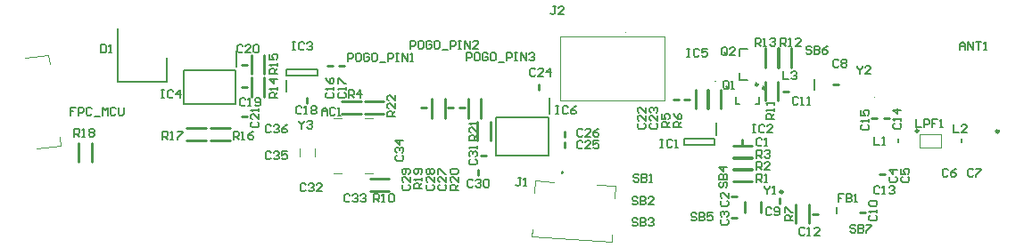
<source format=gto>
G04*
G04 #@! TF.GenerationSoftware,Altium Limited,Altium Designer,19.1.5 (86)*
G04*
G04 Layer_Color=65535*
%FSAX24Y24*%
%MOIN*%
G70*
G01*
G75*
%ADD10C,0.0039*%
%ADD11C,0.0098*%
%ADD12C,0.0079*%
%ADD13C,0.0118*%
%ADD14C,0.0100*%
%ADD15C,0.0060*%
D10*
X029803Y008594D02*
G03*
X029803Y008634I000000J000020D01*
G01*
D02*
G03*
X029803Y008594I000000J-000020D01*
G01*
X050133Y011324D02*
G03*
X050172Y011324I000020J000000D01*
G01*
D02*
G03*
X050133Y011324I-000020J000000D01*
G01*
X040862Y013739D02*
G03*
X040822Y013739I-000020J000000D01*
G01*
D02*
G03*
X040862Y013739I000020J000000D01*
G01*
X029921Y008476D02*
X030236D01*
X029921Y010524D02*
X030236D01*
X031102D02*
X031417D01*
X031102Y008476D02*
X031417D01*
X028655Y009093D02*
Y009407D01*
X029245Y009093D02*
Y009407D01*
X042300Y011200D02*
Y013600D01*
X038400D02*
X042300D01*
X038400Y011200D02*
Y013600D01*
Y011200D02*
X042300D01*
X040325Y005911D02*
X040341Y006166D01*
X037339Y006107D02*
X040325Y005911D01*
X037339Y006107D02*
X037356Y006362D01*
X039754Y008040D02*
X040461Y007993D01*
X040431Y007541D02*
X040461Y007993D01*
X037475Y008189D02*
X038183Y008143D01*
X037446Y007737D02*
X037475Y008189D01*
X018400Y012790D02*
X019284Y012907D01*
X019328Y012575D01*
X018850Y009394D02*
X019734Y009511D01*
X019690Y009843D02*
X019734Y009511D01*
X052650Y009458D02*
Y009950D01*
X051850D02*
X052637D01*
X051850Y009450D02*
X052637D01*
X051850D02*
Y009942D01*
D11*
X046721Y007774D02*
G03*
X046721Y007774I-000049J000000D01*
G01*
X051787Y010064D02*
G03*
X051787Y010064I-000049J000000D01*
G01*
X046059Y011674D02*
G03*
X046059Y011674I-000049J000000D01*
G01*
X045793Y011802D02*
G03*
X045793Y011802I-000049J000000D01*
G01*
D12*
X044211Y011914D02*
G03*
X044211Y011914I-000011J000000D01*
G01*
X038485Y008537D02*
G03*
X038479Y008458I-000003J-000039D01*
G01*
D02*
G03*
X038485Y008537I000003J000039D01*
G01*
X023703Y011907D02*
Y012813D01*
X021852Y011907D02*
X023703D01*
X021852D02*
Y013915D01*
X026316Y012468D02*
Y013068D01*
X024335Y012330D02*
X026265D01*
X024335Y011070D02*
Y012330D01*
Y011070D02*
X026265D01*
Y012330D01*
X037984Y009122D02*
Y010578D01*
X036016Y009122D02*
X037984D01*
X036016D02*
Y010578D01*
X037984D01*
X037994Y010716D02*
Y011297D01*
X044230Y009906D02*
Y010378D01*
X043024Y009768D02*
X044176D01*
X043024Y009532D02*
Y009768D01*
Y009532D02*
X044176D01*
Y009768D01*
X028169Y012122D02*
Y012378D01*
X029331D01*
Y012122D02*
Y012378D01*
X028169Y012122D02*
X029331D01*
X028159Y011531D02*
Y011984D01*
X047900Y011593D02*
Y012007D01*
X048750Y006982D02*
Y007218D01*
X051050Y009641D02*
Y009759D01*
X053400Y009641D02*
Y009759D01*
X044967Y011054D02*
X045105D01*
X044967D02*
Y011344D01*
X045695Y011054D02*
X045833D01*
Y011344D01*
X045094Y012865D02*
Y013125D01*
X045415D01*
X045094Y011975D02*
Y012235D01*
Y011975D02*
X045415D01*
D13*
X054787Y010045D02*
G03*
X054787Y010045I-000039J000000D01*
G01*
D14*
X031296Y008286D02*
X032004D01*
X031296Y007814D02*
X032004D01*
X030246Y011186D02*
X030954D01*
X030246Y010714D02*
X030954D01*
X031096Y011186D02*
X031804D01*
X031096Y010714D02*
X031804D01*
X045895Y007003D02*
Y007397D01*
X045305Y007003D02*
Y007397D01*
X046064Y011196D02*
Y011904D01*
X046536Y011196D02*
Y011904D01*
X028950Y011100D02*
Y011300D01*
X050050Y010550D02*
X050250D01*
X050500D02*
X050700D01*
X050350Y008450D02*
X050550D01*
X049600Y007000D02*
X049800D01*
X047850Y006950D02*
X048050D01*
X047686Y006596D02*
Y007304D01*
X047214Y006596D02*
Y007304D01*
X046600Y007350D02*
Y007550D01*
X044800Y006800D02*
X045000D01*
X044800Y007600D02*
X045000D01*
X044876Y008636D02*
X045584D01*
X044876Y008164D02*
X045584D01*
X044876Y009065D02*
X045584D01*
X044876Y008593D02*
X045584D01*
X044876Y009494D02*
X045584D01*
X044876Y009021D02*
X045584D01*
X045200Y009550D02*
Y009750D01*
X046750Y011550D02*
X046950D01*
X047036Y012446D02*
Y013154D01*
X046564Y012446D02*
Y013154D01*
X046536Y012446D02*
Y013154D01*
X046064Y012446D02*
Y013154D01*
X043914Y010896D02*
Y011604D01*
X044386Y010896D02*
Y011604D01*
X043464Y010896D02*
Y011604D01*
X043936Y010896D02*
Y011604D01*
X043050Y011250D02*
X043250D01*
X042650D02*
X042850D01*
X038570Y009850D02*
Y010050D01*
X038570Y009450D02*
Y009650D01*
X035350Y008400D02*
Y008600D01*
X035450Y009150D02*
X035650D01*
X035314Y009696D02*
Y010404D01*
X035786Y009696D02*
Y010404D01*
X035436Y010546D02*
Y011254D01*
X034964Y010546D02*
Y011254D01*
X034650Y010926D02*
X034850D01*
X034200D02*
X034400D01*
X033614Y010546D02*
Y011254D01*
X034086Y010546D02*
Y011254D01*
X033200Y010950D02*
X033400D01*
X030150Y012500D02*
X030350D01*
X029700D02*
X029900D01*
X026864Y012196D02*
Y012904D01*
X027336Y012196D02*
Y012904D01*
X026500Y012550D02*
X026700D01*
X026500Y011700D02*
X026700D01*
X026500Y010600D02*
X026700D01*
X026864Y011346D02*
Y012054D01*
X027336Y011346D02*
Y012054D01*
X025346Y009714D02*
X026054D01*
X025346Y010186D02*
X026054D01*
X024446Y009714D02*
X025154D01*
X024446Y010186D02*
X025154D01*
X020414Y008896D02*
Y009604D01*
X020886Y008896D02*
Y009604D01*
X037600Y011600D02*
Y011800D01*
X048600Y011800D02*
X048800D01*
D15*
X028650Y010450D02*
Y010400D01*
X028750Y010300D01*
X028850Y010400D01*
Y010450D01*
X028750Y010300D02*
Y010150D01*
X028950Y010400D02*
X029000Y010450D01*
X029100D01*
X029150Y010400D01*
Y010350D01*
X029100Y010300D01*
X029050D01*
X029100D01*
X029150Y010250D01*
Y010200D01*
X029100Y010150D01*
X029000D01*
X028950Y010200D01*
X032250Y010600D02*
X031950D01*
Y010750D01*
X032000Y010800D01*
X032100D01*
X032150Y010750D01*
Y010600D01*
Y010700D02*
X032250Y010800D01*
Y011100D02*
Y010900D01*
X032050Y011100D01*
X032000D01*
X031950Y011050D01*
Y010950D01*
X032000Y010900D01*
X032250Y011400D02*
Y011200D01*
X032050Y011400D01*
X032000D01*
X031950Y011350D01*
Y011250D01*
X032000Y011200D01*
X031450Y007400D02*
Y007700D01*
X031600D01*
X031650Y007650D01*
Y007550D01*
X031600Y007500D01*
X031450D01*
X031550D02*
X031650Y007400D01*
X031750D02*
X031850D01*
X031800D01*
Y007700D01*
X031750Y007650D01*
X032000D02*
X032050Y007700D01*
X032150D01*
X032200Y007650D01*
Y007450D01*
X032150Y007400D01*
X032050D01*
X032000Y007450D01*
Y007650D01*
X030500Y011300D02*
Y011600D01*
X030650D01*
X030700Y011550D01*
Y011450D01*
X030650Y011400D01*
X030500D01*
X030600D02*
X030700Y011300D01*
X030950D02*
Y011600D01*
X030800Y011450D01*
X031000D01*
X027600Y010250D02*
X027550Y010300D01*
X027450D01*
X027400Y010250D01*
Y010050D01*
X027450Y010000D01*
X027550D01*
X027600Y010050D01*
X027700Y010250D02*
X027750Y010300D01*
X027850D01*
X027900Y010250D01*
Y010200D01*
X027850Y010150D01*
X027800D01*
X027850D01*
X027900Y010100D01*
Y010050D01*
X027850Y010000D01*
X027750D01*
X027700Y010050D01*
X028200Y010300D02*
X028100Y010250D01*
X028000Y010150D01*
Y010050D01*
X028050Y010000D01*
X028150D01*
X028200Y010050D01*
Y010100D01*
X028150Y010150D01*
X028000D01*
X027600Y009250D02*
X027550Y009300D01*
X027450D01*
X027400Y009250D01*
Y009050D01*
X027450Y009000D01*
X027550D01*
X027600Y009050D01*
X027700Y009250D02*
X027750Y009300D01*
X027850D01*
X027900Y009250D01*
Y009200D01*
X027850Y009150D01*
X027800D01*
X027850D01*
X027900Y009100D01*
Y009050D01*
X027850Y009000D01*
X027750D01*
X027700Y009050D01*
X028200Y009300D02*
X028000D01*
Y009150D01*
X028100Y009200D01*
X028150D01*
X028200Y009150D01*
Y009050D01*
X028150Y009000D01*
X028050D01*
X028000Y009050D01*
X032300Y009150D02*
X032250Y009100D01*
Y009000D01*
X032300Y008950D01*
X032500D01*
X032550Y009000D01*
Y009100D01*
X032500Y009150D01*
X032300Y009250D02*
X032250Y009300D01*
Y009400D01*
X032300Y009450D01*
X032350D01*
X032400Y009400D01*
Y009350D01*
Y009400D01*
X032450Y009450D01*
X032500D01*
X032550Y009400D01*
Y009300D01*
X032500Y009250D01*
X032550Y009700D02*
X032250D01*
X032400Y009550D01*
Y009750D01*
X030550Y007650D02*
X030500Y007700D01*
X030400D01*
X030350Y007650D01*
Y007450D01*
X030400Y007400D01*
X030500D01*
X030550Y007450D01*
X030650Y007650D02*
X030700Y007700D01*
X030800D01*
X030850Y007650D01*
Y007600D01*
X030800Y007550D01*
X030750D01*
X030800D01*
X030850Y007500D01*
Y007450D01*
X030800Y007400D01*
X030700D01*
X030650Y007450D01*
X030950Y007650D02*
X031000Y007700D01*
X031100D01*
X031150Y007650D01*
Y007600D01*
X031100Y007550D01*
X031050D01*
X031100D01*
X031150Y007500D01*
Y007450D01*
X031100Y007400D01*
X031000D01*
X030950Y007450D01*
X028900Y008050D02*
X028850Y008100D01*
X028750D01*
X028700Y008050D01*
Y007850D01*
X028750Y007800D01*
X028850D01*
X028900Y007850D01*
X029000Y008050D02*
X029050Y008100D01*
X029150D01*
X029200Y008050D01*
Y008000D01*
X029150Y007950D01*
X029100D01*
X029150D01*
X029200Y007900D01*
Y007850D01*
X029150Y007800D01*
X029050D01*
X029000Y007850D01*
X029500Y007800D02*
X029300D01*
X029500Y008000D01*
Y008050D01*
X029450Y008100D01*
X029350D01*
X029300Y008050D01*
X029500Y010650D02*
Y010850D01*
X029600Y010950D01*
X029700Y010850D01*
Y010650D01*
Y010800D01*
X029500D01*
X030000Y010900D02*
X029950Y010950D01*
X029850D01*
X029800Y010900D01*
Y010700D01*
X029850Y010650D01*
X029950D01*
X030000Y010700D01*
X030100Y010650D02*
X030200D01*
X030150D01*
Y010950D01*
X030100Y010900D01*
X044400Y008150D02*
X044350Y008100D01*
Y008000D01*
X044400Y007950D01*
X044450D01*
X044500Y008000D01*
Y008100D01*
X044550Y008150D01*
X044600D01*
X044650Y008100D01*
Y008000D01*
X044600Y007950D01*
X044350Y008250D02*
X044650D01*
Y008400D01*
X044600Y008450D01*
X044550D01*
X044500Y008400D01*
Y008250D01*
Y008400D01*
X044450Y008450D01*
X044400D01*
X044350Y008400D01*
Y008250D01*
X044650Y008700D02*
X044350D01*
X044500Y008550D01*
Y008750D01*
X044700Y011700D02*
Y011900D01*
X044650Y011950D01*
X044550D01*
X044500Y011900D01*
Y011700D01*
X044550Y011650D01*
X044650D01*
X044600Y011750D02*
X044700Y011650D01*
X044650D02*
X044700Y011700D01*
X044800Y011650D02*
X044900D01*
X044850D01*
Y011950D01*
X044800Y011900D01*
X036950Y008300D02*
X036850D01*
X036900D01*
Y008050D01*
X036850Y008000D01*
X036800D01*
X036750Y008050D01*
X037050Y008000D02*
X037150D01*
X037100D01*
Y008300D01*
X037050Y008250D01*
X020250Y009850D02*
Y010150D01*
X020400D01*
X020450Y010100D01*
Y010000D01*
X020400Y009950D01*
X020250D01*
X020350D02*
X020450Y009850D01*
X020550D02*
X020650D01*
X020600D01*
Y010150D01*
X020550Y010100D01*
X020800D02*
X020850Y010150D01*
X020950D01*
X021000Y010100D01*
Y010050D01*
X020950Y010000D01*
X021000Y009950D01*
Y009900D01*
X020950Y009850D01*
X020850D01*
X020800Y009900D01*
Y009950D01*
X020850Y010000D01*
X020800Y010050D01*
Y010100D01*
X020850Y010000D02*
X020950D01*
X034900Y012700D02*
Y013000D01*
X035050D01*
X035100Y012950D01*
Y012850D01*
X035050Y012800D01*
X034900D01*
X035350Y013000D02*
X035250D01*
X035200Y012950D01*
Y012750D01*
X035250Y012700D01*
X035350D01*
X035400Y012750D01*
Y012950D01*
X035350Y013000D01*
X035700Y012950D02*
X035650Y013000D01*
X035550D01*
X035500Y012950D01*
Y012750D01*
X035550Y012700D01*
X035650D01*
X035700Y012750D01*
Y012850D01*
X035600D01*
X035950Y013000D02*
X035850D01*
X035800Y012950D01*
Y012750D01*
X035850Y012700D01*
X035950D01*
X036000Y012750D01*
Y012950D01*
X035950Y013000D01*
X036100Y012650D02*
X036300D01*
X036400Y012700D02*
Y013000D01*
X036549D01*
X036599Y012950D01*
Y012850D01*
X036549Y012800D01*
X036400D01*
X036699Y013000D02*
X036799D01*
X036749D01*
Y012700D01*
X036699D01*
X036799D01*
X036949D02*
Y013000D01*
X037149Y012700D01*
Y013000D01*
X037249Y012950D02*
X037299Y013000D01*
X037399D01*
X037449Y012950D01*
Y012900D01*
X037399Y012850D01*
X037349D01*
X037399D01*
X037449Y012800D01*
Y012750D01*
X037399Y012700D01*
X037299D01*
X037249Y012750D01*
X032800Y013150D02*
Y013450D01*
X032950D01*
X033000Y013400D01*
Y013300D01*
X032950Y013250D01*
X032800D01*
X033250Y013450D02*
X033150D01*
X033100Y013400D01*
Y013200D01*
X033150Y013150D01*
X033250D01*
X033300Y013200D01*
Y013400D01*
X033250Y013450D01*
X033600Y013400D02*
X033550Y013450D01*
X033450D01*
X033400Y013400D01*
Y013200D01*
X033450Y013150D01*
X033550D01*
X033600Y013200D01*
Y013300D01*
X033500D01*
X033850Y013450D02*
X033750D01*
X033700Y013400D01*
Y013200D01*
X033750Y013150D01*
X033850D01*
X033900Y013200D01*
Y013400D01*
X033850Y013450D01*
X034000Y013100D02*
X034200D01*
X034300Y013150D02*
Y013450D01*
X034449D01*
X034499Y013400D01*
Y013300D01*
X034449Y013250D01*
X034300D01*
X034599Y013450D02*
X034699D01*
X034649D01*
Y013150D01*
X034599D01*
X034699D01*
X034849D02*
Y013450D01*
X035049Y013150D01*
Y013450D01*
X035349Y013150D02*
X035149D01*
X035349Y013350D01*
Y013400D01*
X035299Y013450D01*
X035199D01*
X035149Y013400D01*
X030458Y012680D02*
Y012980D01*
X030608D01*
X030658Y012930D01*
Y012830D01*
X030608Y012780D01*
X030458D01*
X030908Y012980D02*
X030808D01*
X030758Y012930D01*
Y012730D01*
X030808Y012680D01*
X030908D01*
X030958Y012730D01*
Y012930D01*
X030908Y012980D01*
X031258Y012930D02*
X031208Y012980D01*
X031108D01*
X031058Y012930D01*
Y012730D01*
X031108Y012680D01*
X031208D01*
X031258Y012730D01*
Y012830D01*
X031158D01*
X031508Y012980D02*
X031408D01*
X031358Y012930D01*
Y012730D01*
X031408Y012680D01*
X031508D01*
X031558Y012730D01*
Y012930D01*
X031508Y012980D01*
X031658Y012630D02*
X031858D01*
X031958Y012680D02*
Y012980D01*
X032108D01*
X032158Y012930D01*
Y012830D01*
X032108Y012780D01*
X031958D01*
X032258Y012980D02*
X032358D01*
X032308D01*
Y012680D01*
X032258D01*
X032358D01*
X032508D02*
Y012980D01*
X032708Y012680D01*
Y012980D01*
X032808Y012680D02*
X032907D01*
X032857D01*
Y012980D01*
X032808Y012930D01*
X020300Y010950D02*
X020100D01*
Y010800D01*
X020200D01*
X020100D01*
Y010650D01*
X020400D02*
Y010950D01*
X020550D01*
X020600Y010900D01*
Y010800D01*
X020550Y010750D01*
X020400D01*
X020900Y010900D02*
X020850Y010950D01*
X020750D01*
X020700Y010900D01*
Y010700D01*
X020750Y010650D01*
X020850D01*
X020900Y010700D01*
X021000Y010600D02*
X021200D01*
X021300Y010650D02*
Y010950D01*
X021400Y010850D01*
X021500Y010950D01*
Y010650D01*
X021799Y010900D02*
X021749Y010950D01*
X021649D01*
X021600Y010900D01*
Y010700D01*
X021649Y010650D01*
X021749D01*
X021799Y010700D01*
X021899Y010950D02*
Y010700D01*
X021949Y010650D01*
X022049D01*
X022099Y010700D01*
Y010950D01*
X049500Y012500D02*
Y012450D01*
X049600Y012350D01*
X049700Y012450D01*
Y012500D01*
X049600Y012350D02*
Y012200D01*
X050000D02*
X049800D01*
X050000Y012400D01*
Y012450D01*
X049950Y012500D01*
X049850D01*
X049800Y012450D01*
X046050Y008000D02*
Y007950D01*
X046150Y007850D01*
X046250Y007950D01*
Y008000D01*
X046150Y007850D02*
Y007700D01*
X046350D02*
X046450D01*
X046400D01*
Y008000D01*
X046350Y007950D01*
X043500Y006950D02*
X043450Y007000D01*
X043350D01*
X043300Y006950D01*
Y006900D01*
X043350Y006850D01*
X043450D01*
X043500Y006800D01*
Y006750D01*
X043450Y006700D01*
X043350D01*
X043300Y006750D01*
X043600Y007000D02*
Y006700D01*
X043750D01*
X043800Y006750D01*
Y006800D01*
X043750Y006850D01*
X043600D01*
X043750D01*
X043800Y006900D01*
Y006950D01*
X043750Y007000D01*
X043600D01*
X044100D02*
X043900D01*
Y006850D01*
X044000Y006900D01*
X044050D01*
X044100Y006850D01*
Y006750D01*
X044050Y006700D01*
X043950D01*
X043900Y006750D01*
X041300Y006750D02*
X041250Y006800D01*
X041150D01*
X041100Y006750D01*
Y006700D01*
X041150Y006650D01*
X041250D01*
X041300Y006600D01*
Y006550D01*
X041250Y006500D01*
X041150D01*
X041100Y006550D01*
X041400Y006800D02*
Y006500D01*
X041550D01*
X041600Y006550D01*
Y006600D01*
X041550Y006650D01*
X041400D01*
X041550D01*
X041600Y006700D01*
Y006750D01*
X041550Y006800D01*
X041400D01*
X041700Y006750D02*
X041750Y006800D01*
X041850D01*
X041900Y006750D01*
Y006700D01*
X041850Y006650D01*
X041800D01*
X041850D01*
X041900Y006600D01*
Y006550D01*
X041850Y006500D01*
X041750D01*
X041700Y006550D01*
X041300Y007550D02*
X041250Y007600D01*
X041150D01*
X041100Y007550D01*
Y007500D01*
X041150Y007450D01*
X041250D01*
X041300Y007400D01*
Y007350D01*
X041250Y007300D01*
X041150D01*
X041100Y007350D01*
X041400Y007600D02*
Y007300D01*
X041550D01*
X041600Y007350D01*
Y007400D01*
X041550Y007450D01*
X041400D01*
X041550D01*
X041600Y007500D01*
Y007550D01*
X041550Y007600D01*
X041400D01*
X041900Y007300D02*
X041700D01*
X041900Y007500D01*
Y007550D01*
X041850Y007600D01*
X041750D01*
X041700Y007550D01*
X041350Y008400D02*
X041300Y008450D01*
X041200D01*
X041150Y008400D01*
Y008350D01*
X041200Y008300D01*
X041300D01*
X041350Y008250D01*
Y008200D01*
X041300Y008150D01*
X041200D01*
X041150Y008200D01*
X041450Y008450D02*
Y008150D01*
X041600D01*
X041650Y008200D01*
Y008250D01*
X041600Y008300D01*
X041450D01*
X041600D01*
X041650Y008350D01*
Y008400D01*
X041600Y008450D01*
X041450D01*
X041750Y008150D02*
X041850D01*
X041800D01*
Y008450D01*
X041750Y008400D01*
X049450Y006500D02*
X049400Y006550D01*
X049300D01*
X049250Y006500D01*
Y006450D01*
X049300Y006400D01*
X049400D01*
X049450Y006350D01*
Y006300D01*
X049400Y006250D01*
X049300D01*
X049250Y006300D01*
X049550Y006550D02*
Y006250D01*
X049700D01*
X049750Y006300D01*
Y006350D01*
X049700Y006400D01*
X049550D01*
X049700D01*
X049750Y006450D01*
Y006500D01*
X049700Y006550D01*
X049550D01*
X049850D02*
X050050D01*
Y006500D01*
X049850Y006300D01*
Y006250D01*
X047800Y013200D02*
X047750Y013250D01*
X047650D01*
X047600Y013200D01*
Y013150D01*
X047650Y013100D01*
X047750D01*
X047800Y013050D01*
Y013000D01*
X047750Y012950D01*
X047650D01*
X047600Y013000D01*
X047900Y013250D02*
Y012950D01*
X048050D01*
X048100Y013000D01*
Y013050D01*
X048050Y013100D01*
X047900D01*
X048050D01*
X048100Y013150D01*
Y013200D01*
X048050Y013250D01*
X047900D01*
X048400D02*
X048300Y013200D01*
X048200Y013100D01*
Y013000D01*
X048250Y012950D01*
X048350D01*
X048400Y013000D01*
Y013050D01*
X048350Y013100D01*
X048200D01*
X045750Y009050D02*
Y009350D01*
X045900D01*
X045950Y009300D01*
Y009200D01*
X045900Y009150D01*
X045750D01*
X045850D02*
X045950Y009050D01*
X046050Y009300D02*
X046100Y009350D01*
X046200D01*
X046250Y009300D01*
Y009250D01*
X046200Y009200D01*
X046150D01*
X046200D01*
X046250Y009150D01*
Y009100D01*
X046200Y009050D01*
X046100D01*
X046050Y009100D01*
X045750Y008600D02*
Y008900D01*
X045900D01*
X045950Y008850D01*
Y008750D01*
X045900Y008700D01*
X045750D01*
X045850D02*
X045950Y008600D01*
X046250D02*
X046050D01*
X046250Y008800D01*
Y008850D01*
X046200Y008900D01*
X046100D01*
X046050Y008850D01*
X045750Y008150D02*
Y008450D01*
X045900D01*
X045950Y008400D01*
Y008300D01*
X045900Y008250D01*
X045750D01*
X045850D02*
X045950Y008150D01*
X046050D02*
X046150D01*
X046100D01*
Y008450D01*
X046050Y008400D01*
X047100Y006700D02*
X046800D01*
Y006850D01*
X046850Y006900D01*
X046950D01*
X047000Y006850D01*
Y006700D01*
Y006800D02*
X047100Y006900D01*
X046800Y007000D02*
Y007200D01*
X046850D01*
X047050Y007000D01*
X047100D01*
X034600Y007850D02*
X034300D01*
Y008000D01*
X034350Y008050D01*
X034450D01*
X034500Y008000D01*
Y007850D01*
Y007950D02*
X034600Y008050D01*
Y008350D02*
Y008150D01*
X034400Y008350D01*
X034350D01*
X034300Y008300D01*
Y008200D01*
X034350Y008150D01*
Y008450D02*
X034300Y008500D01*
Y008600D01*
X034350Y008650D01*
X034550D01*
X034600Y008600D01*
Y008500D01*
X034550Y008450D01*
X034350D01*
X033250Y007900D02*
X032950D01*
Y008050D01*
X033000Y008100D01*
X033100D01*
X033150Y008050D01*
Y007900D01*
Y008000D02*
X033250Y008100D01*
Y008200D02*
Y008300D01*
Y008250D01*
X032950D01*
X033000Y008200D01*
X033200Y008450D02*
X033250Y008500D01*
Y008600D01*
X033200Y008650D01*
X033000D01*
X032950Y008600D01*
Y008500D01*
X033000Y008450D01*
X033050D01*
X033100Y008500D01*
Y008650D01*
X035314Y009696D02*
X035014D01*
Y009846D01*
X035064Y009896D01*
X035164D01*
X035214Y009846D01*
Y009696D01*
Y009796D02*
X035314Y009896D01*
Y010196D02*
Y009996D01*
X035114Y010196D01*
X035064D01*
X035014Y010146D01*
Y010046D01*
X035064Y009996D01*
X035314Y010295D02*
Y010395D01*
Y010345D01*
X035014D01*
X035064Y010295D01*
X026200Y009750D02*
Y010050D01*
X026350D01*
X026400Y010000D01*
Y009900D01*
X026350Y009850D01*
X026200D01*
X026300D02*
X026400Y009750D01*
X026500D02*
X026600D01*
X026550D01*
Y010050D01*
X026500Y010000D01*
X026950Y010050D02*
X026850Y010000D01*
X026750Y009900D01*
Y009800D01*
X026800Y009750D01*
X026900D01*
X026950Y009800D01*
Y009850D01*
X026900Y009900D01*
X026750D01*
X023550Y009750D02*
Y010050D01*
X023700D01*
X023750Y010000D01*
Y009900D01*
X023700Y009850D01*
X023550D01*
X023650D02*
X023750Y009750D01*
X023850D02*
X023950D01*
X023900D01*
Y010050D01*
X023850Y010000D01*
X024100Y010050D02*
X024300D01*
Y010000D01*
X024100Y009800D01*
Y009750D01*
X027850Y012200D02*
X027550D01*
Y012350D01*
X027600Y012400D01*
X027700D01*
X027750Y012350D01*
Y012200D01*
Y012300D02*
X027850Y012400D01*
Y012500D02*
Y012600D01*
Y012550D01*
X027550D01*
X027600Y012500D01*
X027550Y012950D02*
Y012750D01*
X027700D01*
X027650Y012850D01*
Y012900D01*
X027700Y012950D01*
X027800D01*
X027850Y012900D01*
Y012800D01*
X027800Y012750D01*
X027850Y011300D02*
X027550D01*
Y011450D01*
X027600Y011500D01*
X027700D01*
X027750Y011450D01*
Y011300D01*
Y011400D02*
X027850Y011500D01*
Y011600D02*
Y011700D01*
Y011650D01*
X027550D01*
X027600Y011600D01*
X027850Y012000D02*
X027550D01*
X027700Y011850D01*
Y012050D01*
X045700Y013250D02*
Y013550D01*
X045850D01*
X045900Y013500D01*
Y013400D01*
X045850Y013350D01*
X045700D01*
X045800D02*
X045900Y013250D01*
X046000D02*
X046100D01*
X046050D01*
Y013550D01*
X046000Y013500D01*
X046250D02*
X046300Y013550D01*
X046400D01*
X046450Y013500D01*
Y013450D01*
X046400Y013400D01*
X046350D01*
X046400D01*
X046450Y013350D01*
Y013300D01*
X046400Y013250D01*
X046300D01*
X046250Y013300D01*
X046650Y013250D02*
Y013550D01*
X046800D01*
X046850Y013500D01*
Y013400D01*
X046800Y013350D01*
X046650D01*
X046750D02*
X046850Y013250D01*
X046950D02*
X047050D01*
X047000D01*
Y013550D01*
X046950Y013500D01*
X047400Y013250D02*
X047200D01*
X047400Y013450D01*
Y013500D01*
X047350Y013550D01*
X047250D01*
X047200Y013500D01*
X046400Y010500D02*
X046100D01*
Y010650D01*
X046150Y010700D01*
X046250D01*
X046300Y010650D01*
Y010500D01*
Y010600D02*
X046400Y010700D01*
Y010800D02*
Y010900D01*
Y010850D01*
X046100D01*
X046150Y010800D01*
X046400Y011050D02*
Y011150D01*
Y011100D01*
X046100D01*
X046150Y011050D01*
X042950Y010200D02*
X042650D01*
Y010350D01*
X042700Y010400D01*
X042800D01*
X042850Y010350D01*
Y010200D01*
Y010300D02*
X042950Y010400D01*
X042650Y010700D02*
X042700Y010600D01*
X042800Y010500D01*
X042900D01*
X042950Y010550D01*
Y010650D01*
X042900Y010700D01*
X042850D01*
X042800Y010650D01*
Y010500D01*
X042500Y010200D02*
X042200D01*
Y010350D01*
X042250Y010400D01*
X042350D01*
X042400Y010350D01*
Y010200D01*
Y010300D02*
X042500Y010400D01*
X042200Y010700D02*
Y010500D01*
X042350D01*
X042300Y010600D01*
Y010650D01*
X042350Y010700D01*
X042450D01*
X042500Y010650D01*
Y010550D01*
X042450Y010500D01*
X044650Y012950D02*
Y013150D01*
X044600Y013200D01*
X044500D01*
X044450Y013150D01*
Y012950D01*
X044500Y012900D01*
X044600D01*
X044550Y013000D02*
X044650Y012900D01*
X044600D02*
X044650Y012950D01*
X044950Y012900D02*
X044750D01*
X044950Y013100D01*
Y013150D01*
X044900Y013200D01*
X044800D01*
X044750Y013150D01*
X051700Y010500D02*
Y010200D01*
X051900D01*
X052000D02*
Y010500D01*
X052150D01*
X052200Y010450D01*
Y010350D01*
X052150Y010300D01*
X052000D01*
X052500Y010500D02*
X052300D01*
Y010350D01*
X052400D01*
X052300D01*
Y010200D01*
X052600D02*
X052700D01*
X052650D01*
Y010500D01*
X052600Y010450D01*
X053100Y010300D02*
Y010000D01*
X053300D01*
X053600D02*
X053400D01*
X053600Y010200D01*
Y010250D01*
X053550Y010300D01*
X053450D01*
X053400Y010250D01*
X046750Y012300D02*
Y012000D01*
X046950D01*
X047050Y012250D02*
X047100Y012300D01*
X047200D01*
X047250Y012250D01*
Y012200D01*
X047200Y012150D01*
X047150D01*
X047200D01*
X047250Y012100D01*
Y012050D01*
X047200Y012000D01*
X047100D01*
X047050Y012050D01*
X050150Y009850D02*
Y009550D01*
X050350D01*
X050450D02*
X050550D01*
X050500D01*
Y009850D01*
X050450Y009800D01*
X038250Y014730D02*
X038150D01*
X038200D01*
Y014480D01*
X038150Y014430D01*
X038100D01*
X038050Y014480D01*
X038550Y014430D02*
X038350D01*
X038550Y014630D01*
Y014680D01*
X038500Y014730D01*
X038400D01*
X038350Y014680D01*
X042150Y009750D02*
X042250D01*
X042200D01*
Y009450D01*
X042150D01*
X042250D01*
X042600Y009700D02*
X042550Y009750D01*
X042450D01*
X042400Y009700D01*
Y009500D01*
X042450Y009450D01*
X042550D01*
X042600Y009500D01*
X042700Y009450D02*
X042800D01*
X042750D01*
Y009750D01*
X042700Y009700D01*
X038250Y011000D02*
X038350D01*
X038300D01*
Y010700D01*
X038250D01*
X038350D01*
X038700Y010950D02*
X038650Y011000D01*
X038550D01*
X038500Y010950D01*
Y010750D01*
X038550Y010700D01*
X038650D01*
X038700Y010750D01*
X039000Y011000D02*
X038900Y010950D01*
X038800Y010850D01*
Y010750D01*
X038850Y010700D01*
X038950D01*
X039000Y010750D01*
Y010800D01*
X038950Y010850D01*
X038800D01*
X023500Y011600D02*
X023600D01*
X023550D01*
Y011300D01*
X023500D01*
X023600D01*
X023950Y011550D02*
X023900Y011600D01*
X023800D01*
X023750Y011550D01*
Y011350D01*
X023800Y011300D01*
X023900D01*
X023950Y011350D01*
X024200Y011300D02*
Y011600D01*
X024050Y011450D01*
X024250D01*
X043150Y013150D02*
X043250D01*
X043200D01*
Y012850D01*
X043150D01*
X043250D01*
X043600Y013100D02*
X043550Y013150D01*
X043450D01*
X043400Y013100D01*
Y012900D01*
X043450Y012850D01*
X043550D01*
X043600Y012900D01*
X043900Y013150D02*
X043700D01*
Y013000D01*
X043800Y013050D01*
X043850D01*
X043900Y013000D01*
Y012900D01*
X043850Y012850D01*
X043750D01*
X043700Y012900D01*
X028400Y013400D02*
X028500D01*
X028450D01*
Y013100D01*
X028400D01*
X028500D01*
X028850Y013350D02*
X028800Y013400D01*
X028700D01*
X028650Y013350D01*
Y013150D01*
X028700Y013100D01*
X028800D01*
X028850Y013150D01*
X028950Y013350D02*
X029000Y013400D01*
X029100D01*
X029150Y013350D01*
Y013300D01*
X029100Y013250D01*
X029050D01*
X029100D01*
X029150Y013200D01*
Y013150D01*
X029100Y013100D01*
X029000D01*
X028950Y013150D01*
X045600Y010300D02*
X045700D01*
X045650D01*
Y010000D01*
X045600D01*
X045700D01*
X046050Y010250D02*
X046000Y010300D01*
X045900D01*
X045850Y010250D01*
Y010050D01*
X045900Y010000D01*
X046000D01*
X046050Y010050D01*
X046350Y010000D02*
X046150D01*
X046350Y010200D01*
Y010250D01*
X046300Y010300D01*
X046200D01*
X046150Y010250D01*
X049000Y007700D02*
X048800D01*
Y007550D01*
X048900D01*
X048800D01*
Y007400D01*
X049100Y007700D02*
Y007400D01*
X049250D01*
X049300Y007450D01*
Y007500D01*
X049250Y007550D01*
X049100D01*
X049250D01*
X049300Y007600D01*
Y007650D01*
X049250Y007700D01*
X049100D01*
X049400Y007400D02*
X049500D01*
X049450D01*
Y007700D01*
X049400Y007650D01*
X021250Y013300D02*
Y013000D01*
X021400D01*
X021450Y013050D01*
Y013250D01*
X021400Y013300D01*
X021250D01*
X021550Y013000D02*
X021650D01*
X021600D01*
Y013300D01*
X021550Y013250D01*
X045950Y009750D02*
X045900Y009800D01*
X045800D01*
X045750Y009750D01*
Y009550D01*
X045800Y009500D01*
X045900D01*
X045950Y009550D01*
X046050Y009500D02*
X046150D01*
X046100D01*
Y009800D01*
X046050Y009750D01*
X033450Y008050D02*
X033400Y008000D01*
Y007900D01*
X033450Y007850D01*
X033650D01*
X033700Y007900D01*
Y008000D01*
X033650Y008050D01*
X033700Y008350D02*
Y008150D01*
X033500Y008350D01*
X033450D01*
X033400Y008300D01*
Y008200D01*
X033450Y008150D01*
Y008450D02*
X033400Y008500D01*
Y008600D01*
X033450Y008650D01*
X033500D01*
X033550Y008600D01*
X033600Y008650D01*
X033650D01*
X033700Y008600D01*
Y008500D01*
X033650Y008450D01*
X033600D01*
X033550Y008500D01*
X033500Y008450D01*
X033450D01*
X033550Y008500D02*
Y008600D01*
X033900Y008050D02*
X033850Y008000D01*
Y007900D01*
X033900Y007850D01*
X034100D01*
X034150Y007900D01*
Y008000D01*
X034100Y008050D01*
X034150Y008350D02*
Y008150D01*
X033950Y008350D01*
X033900D01*
X033850Y008300D01*
Y008200D01*
X033900Y008150D01*
X033850Y008450D02*
Y008650D01*
X033900D01*
X034100Y008450D01*
X034150D01*
X039250Y010100D02*
X039200Y010150D01*
X039100D01*
X039050Y010100D01*
Y009900D01*
X039100Y009850D01*
X039200D01*
X039250Y009900D01*
X039550Y009850D02*
X039350D01*
X039550Y010050D01*
Y010100D01*
X039500Y010150D01*
X039400D01*
X039350Y010100D01*
X039850Y010150D02*
X039750Y010100D01*
X039650Y010000D01*
Y009900D01*
X039700Y009850D01*
X039800D01*
X039850Y009900D01*
Y009950D01*
X039800Y010000D01*
X039650D01*
X039250Y009650D02*
X039200Y009700D01*
X039100D01*
X039050Y009650D01*
Y009450D01*
X039100Y009400D01*
X039200D01*
X039250Y009450D01*
X039550Y009400D02*
X039350D01*
X039550Y009600D01*
Y009650D01*
X039500Y009700D01*
X039400D01*
X039350Y009650D01*
X039850Y009700D02*
X039650D01*
Y009550D01*
X039750Y009600D01*
X039800D01*
X039850Y009550D01*
Y009450D01*
X039800Y009400D01*
X039700D01*
X039650Y009450D01*
X037480Y012360D02*
X037430Y012410D01*
X037330D01*
X037280Y012360D01*
Y012160D01*
X037330Y012110D01*
X037430D01*
X037480Y012160D01*
X037780Y012110D02*
X037580D01*
X037780Y012310D01*
Y012360D01*
X037730Y012410D01*
X037630D01*
X037580Y012360D01*
X038030Y012110D02*
Y012410D01*
X037880Y012260D01*
X038080D01*
X032550Y008050D02*
X032500Y008000D01*
Y007900D01*
X032550Y007850D01*
X032750D01*
X032800Y007900D01*
Y008000D01*
X032750Y008050D01*
X032800Y008350D02*
Y008150D01*
X032600Y008350D01*
X032550D01*
X032500Y008300D01*
Y008200D01*
X032550Y008150D01*
X032750Y008450D02*
X032800Y008500D01*
Y008600D01*
X032750Y008650D01*
X032550D01*
X032500Y008600D01*
Y008500D01*
X032550Y008450D01*
X032600D01*
X032650Y008500D01*
Y008650D01*
X035150Y008200D02*
X035100Y008250D01*
X035000D01*
X034950Y008200D01*
Y008000D01*
X035000Y007950D01*
X035100D01*
X035150Y008000D01*
X035250Y008200D02*
X035300Y008250D01*
X035400D01*
X035450Y008200D01*
Y008150D01*
X035400Y008100D01*
X035350D01*
X035400D01*
X035450Y008050D01*
Y008000D01*
X035400Y007950D01*
X035300D01*
X035250Y008000D01*
X035550Y008200D02*
X035600Y008250D01*
X035700D01*
X035750Y008200D01*
Y008000D01*
X035700Y007950D01*
X035600D01*
X035550Y008000D01*
Y008200D01*
X035050Y009000D02*
X035000Y008950D01*
Y008850D01*
X035050Y008800D01*
X035250D01*
X035300Y008850D01*
Y008950D01*
X035250Y009000D01*
X035050Y009100D02*
X035000Y009150D01*
Y009250D01*
X035050Y009300D01*
X035100D01*
X035150Y009250D01*
Y009200D01*
Y009250D01*
X035200Y009300D01*
X035250D01*
X035300Y009250D01*
Y009150D01*
X035250Y009100D01*
X035300Y009400D02*
Y009500D01*
Y009450D01*
X035000D01*
X035050Y009400D01*
X026900Y010400D02*
X026850Y010350D01*
Y010250D01*
X026900Y010200D01*
X027100D01*
X027150Y010250D01*
Y010350D01*
X027100Y010400D01*
X027150Y010700D02*
Y010500D01*
X026950Y010700D01*
X026900D01*
X026850Y010650D01*
Y010550D01*
X026900Y010500D01*
X027150Y010800D02*
Y010900D01*
Y010850D01*
X026850D01*
X026900Y010800D01*
X026650Y011250D02*
X026600Y011300D01*
X026500D01*
X026450Y011250D01*
Y011050D01*
X026500Y011000D01*
X026600D01*
X026650Y011050D01*
X026750Y011000D02*
X026850D01*
X026800D01*
Y011300D01*
X026750Y011250D01*
X027000Y011050D02*
X027050Y011000D01*
X027150D01*
X027200Y011050D01*
Y011250D01*
X027150Y011300D01*
X027050D01*
X027000Y011250D01*
Y011200D01*
X027050Y011150D01*
X027200D01*
X026550Y013250D02*
X026500Y013300D01*
X026400D01*
X026350Y013250D01*
Y013050D01*
X026400Y013000D01*
X026500D01*
X026550Y013050D01*
X026850Y013000D02*
X026650D01*
X026850Y013200D01*
Y013250D01*
X026800Y013300D01*
X026700D01*
X026650Y013250D01*
X026950D02*
X027000Y013300D01*
X027100D01*
X027150Y013250D01*
Y013050D01*
X027100Y013000D01*
X027000D01*
X026950Y013050D01*
Y013250D01*
X041800Y010350D02*
X041750Y010300D01*
Y010200D01*
X041800Y010150D01*
X042000D01*
X042050Y010200D01*
Y010300D01*
X042000Y010350D01*
X042050Y010650D02*
Y010450D01*
X041850Y010650D01*
X041800D01*
X041750Y010600D01*
Y010500D01*
X041800Y010450D01*
Y010750D02*
X041750Y010800D01*
Y010900D01*
X041800Y010950D01*
X041850D01*
X041900Y010900D01*
Y010850D01*
Y010900D01*
X041950Y010950D01*
X042000D01*
X042050Y010900D01*
Y010800D01*
X042000Y010750D01*
X041350Y010350D02*
X041300Y010300D01*
Y010200D01*
X041350Y010150D01*
X041550D01*
X041600Y010200D01*
Y010300D01*
X041550Y010350D01*
X041600Y010650D02*
Y010450D01*
X041400Y010650D01*
X041350D01*
X041300Y010600D01*
Y010500D01*
X041350Y010450D01*
X041600Y010950D02*
Y010750D01*
X041400Y010950D01*
X041350D01*
X041300Y010900D01*
Y010800D01*
X041350Y010750D01*
X053850Y008600D02*
X053800Y008650D01*
X053700D01*
X053650Y008600D01*
Y008400D01*
X053700Y008350D01*
X053800D01*
X053850Y008400D01*
X053950Y008650D02*
X054150D01*
Y008600D01*
X053950Y008400D01*
Y008350D01*
X052900Y008600D02*
X052850Y008650D01*
X052750D01*
X052700Y008600D01*
Y008400D01*
X052750Y008350D01*
X052850D01*
X052900Y008400D01*
X053200Y008650D02*
X053100Y008600D01*
X053000Y008500D01*
Y008400D01*
X053050Y008350D01*
X053150D01*
X053200Y008400D01*
Y008450D01*
X053150Y008500D01*
X053000D01*
X028750Y010950D02*
X028700Y011000D01*
X028600D01*
X028550Y010950D01*
Y010750D01*
X028600Y010700D01*
X028700D01*
X028750Y010750D01*
X028850Y010700D02*
X028950D01*
X028900D01*
Y011000D01*
X028850Y010950D01*
X029100D02*
X029150Y011000D01*
X029250D01*
X029300Y010950D01*
Y010900D01*
X029250Y010850D01*
X029300Y010800D01*
Y010750D01*
X029250Y010700D01*
X029150D01*
X029100Y010750D01*
Y010800D01*
X029150Y010850D01*
X029100Y010900D01*
Y010950D01*
X029150Y010850D02*
X029250D01*
X030150Y011500D02*
X030100Y011450D01*
Y011350D01*
X030150Y011300D01*
X030350D01*
X030400Y011350D01*
Y011450D01*
X030350Y011500D01*
X030400Y011600D02*
Y011700D01*
Y011650D01*
X030100D01*
X030150Y011600D01*
X030100Y011850D02*
Y012050D01*
X030150D01*
X030350Y011850D01*
X030400D01*
X029700Y011500D02*
X029650Y011450D01*
Y011350D01*
X029700Y011300D01*
X029900D01*
X029950Y011350D01*
Y011450D01*
X029900Y011500D01*
X029950Y011600D02*
Y011700D01*
Y011650D01*
X029650D01*
X029700Y011600D01*
X029650Y012050D02*
X029700Y011950D01*
X029800Y011850D01*
X029900D01*
X029950Y011900D01*
Y012000D01*
X029900Y012050D01*
X029850D01*
X029800Y012000D01*
Y011850D01*
X049700Y010300D02*
X049650Y010250D01*
Y010150D01*
X049700Y010100D01*
X049900D01*
X049950Y010150D01*
Y010250D01*
X049900Y010300D01*
X049950Y010400D02*
Y010500D01*
Y010450D01*
X049650D01*
X049700Y010400D01*
X049650Y010850D02*
Y010650D01*
X049800D01*
X049750Y010750D01*
Y010800D01*
X049800Y010850D01*
X049900D01*
X049950Y010800D01*
Y010700D01*
X049900Y010650D01*
X050900Y010350D02*
X050850Y010300D01*
Y010200D01*
X050900Y010150D01*
X051100D01*
X051150Y010200D01*
Y010300D01*
X051100Y010350D01*
X051150Y010450D02*
Y010550D01*
Y010500D01*
X050850D01*
X050900Y010450D01*
X051150Y010850D02*
X050850D01*
X051000Y010700D01*
Y010900D01*
X050350Y007950D02*
X050300Y008000D01*
X050200D01*
X050150Y007950D01*
Y007750D01*
X050200Y007700D01*
X050300D01*
X050350Y007750D01*
X050450Y007700D02*
X050550D01*
X050500D01*
Y008000D01*
X050450Y007950D01*
X050700D02*
X050750Y008000D01*
X050850D01*
X050900Y007950D01*
Y007900D01*
X050850Y007850D01*
X050800D01*
X050850D01*
X050900Y007800D01*
Y007750D01*
X050850Y007700D01*
X050750D01*
X050700Y007750D01*
X050000Y006900D02*
X049950Y006850D01*
Y006750D01*
X050000Y006700D01*
X050200D01*
X050250Y006750D01*
Y006850D01*
X050200Y006900D01*
X050250Y007000D02*
Y007100D01*
Y007050D01*
X049950D01*
X050000Y007000D01*
Y007250D02*
X049950Y007300D01*
Y007400D01*
X050000Y007450D01*
X050200D01*
X050250Y007400D01*
Y007300D01*
X050200Y007250D01*
X050000D01*
X047550Y006400D02*
X047500Y006450D01*
X047400D01*
X047350Y006400D01*
Y006200D01*
X047400Y006150D01*
X047500D01*
X047550Y006200D01*
X047650Y006150D02*
X047750D01*
X047700D01*
Y006450D01*
X047650Y006400D01*
X048100Y006150D02*
X047900D01*
X048100Y006350D01*
Y006400D01*
X048050Y006450D01*
X047950D01*
X047900Y006400D01*
X047300Y011300D02*
X047250Y011350D01*
X047150D01*
X047100Y011300D01*
Y011100D01*
X047150Y011050D01*
X047250D01*
X047300Y011100D01*
X047400Y011050D02*
X047500D01*
X047450D01*
Y011350D01*
X047400Y011300D01*
X047650Y011050D02*
X047750D01*
X047700D01*
Y011350D01*
X047650Y011300D01*
X046300Y007150D02*
X046250Y007200D01*
X046150D01*
X046100Y007150D01*
Y006950D01*
X046150Y006900D01*
X046250D01*
X046300Y006950D01*
X046400D02*
X046450Y006900D01*
X046550D01*
X046600Y006950D01*
Y007150D01*
X046550Y007200D01*
X046450D01*
X046400Y007150D01*
Y007100D01*
X046450Y007050D01*
X046600D01*
X048810Y012690D02*
X048760Y012740D01*
X048660D01*
X048610Y012690D01*
Y012490D01*
X048660Y012440D01*
X048760D01*
X048810Y012490D01*
X048910Y012690D02*
X048960Y012740D01*
X049060D01*
X049110Y012690D01*
Y012640D01*
X049060Y012590D01*
X049110Y012540D01*
Y012490D01*
X049060Y012440D01*
X048960D01*
X048910Y012490D01*
Y012540D01*
X048960Y012590D01*
X048910Y012640D01*
Y012690D01*
X048960Y012590D02*
X049060D01*
X051200Y008350D02*
X051150Y008300D01*
Y008200D01*
X051200Y008150D01*
X051400D01*
X051450Y008200D01*
Y008300D01*
X051400Y008350D01*
X051150Y008650D02*
Y008450D01*
X051300D01*
X051250Y008550D01*
Y008600D01*
X051300Y008650D01*
X051400D01*
X051450Y008600D01*
Y008500D01*
X051400Y008450D01*
X050750Y008350D02*
X050700Y008300D01*
Y008200D01*
X050750Y008150D01*
X050950D01*
X051000Y008200D01*
Y008300D01*
X050950Y008350D01*
X051000Y008600D02*
X050700D01*
X050850Y008450D01*
Y008650D01*
X044450Y006750D02*
X044400Y006700D01*
Y006600D01*
X044450Y006550D01*
X044650D01*
X044700Y006600D01*
Y006700D01*
X044650Y006750D01*
X044450Y006850D02*
X044400Y006900D01*
Y007000D01*
X044450Y007050D01*
X044500D01*
X044550Y007000D01*
Y006950D01*
Y007000D01*
X044600Y007050D01*
X044650D01*
X044700Y007000D01*
Y006900D01*
X044650Y006850D01*
X044450Y007450D02*
X044400Y007400D01*
Y007300D01*
X044450Y007250D01*
X044650D01*
X044700Y007300D01*
Y007400D01*
X044650Y007450D01*
X044700Y007750D02*
Y007550D01*
X044500Y007750D01*
X044450D01*
X044400Y007700D01*
Y007600D01*
X044450Y007550D01*
X053350Y013100D02*
Y013300D01*
X053450Y013400D01*
X053550Y013300D01*
Y013100D01*
Y013250D01*
X053350D01*
X053650Y013100D02*
Y013400D01*
X053850Y013100D01*
Y013400D01*
X053950D02*
X054150D01*
X054050D01*
Y013100D01*
X054250D02*
X054350D01*
X054300D01*
Y013400D01*
X054250Y013350D01*
M02*

</source>
